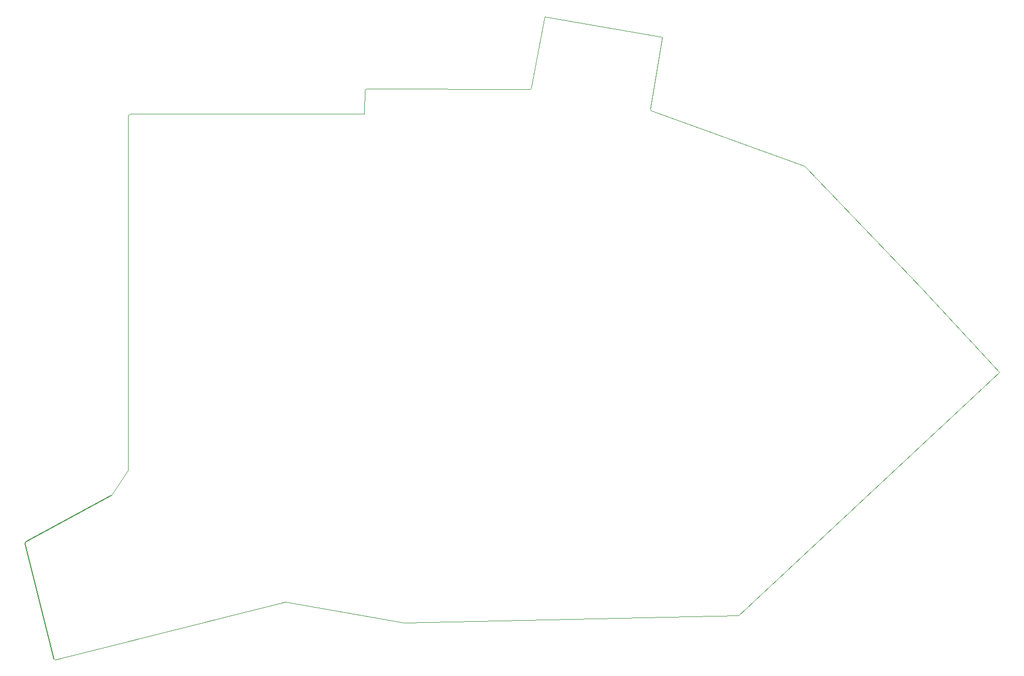
<source format=gbr>
%TF.GenerationSoftware,KiCad,Pcbnew,(6.0.2)*%
%TF.CreationDate,2022-03-03T13:29:25+00:00*%
%TF.ProjectId,yggdrasil,79676764-7261-4736-996c-2e6b69636164,1.0.0*%
%TF.SameCoordinates,Original*%
%TF.FileFunction,Profile,NP*%
%FSLAX46Y46*%
G04 Gerber Fmt 4.6, Leading zero omitted, Abs format (unit mm)*
G04 Created by KiCad (PCBNEW (6.0.2)) date 2022-03-03 13:29:25*
%MOMM*%
%LPD*%
G01*
G04 APERTURE LIST*
%TA.AperFunction,Profile*%
%ADD10C,0.100000*%
%TD*%
%TA.AperFunction,Profile*%
%ADD11C,0.200000*%
%TD*%
G04 APERTURE END LIST*
D10*
X209482547Y-56857120D02*
X228172989Y-76399574D01*
X100037125Y-48119371D02*
X99689585Y-48362727D01*
X87600614Y-136502541D02*
X87780208Y-136635752D01*
X240781035Y-90043335D02*
X198581031Y-129443331D01*
X99691810Y-105937808D02*
X96940783Y-110022148D01*
X228172989Y-76399574D02*
X240781035Y-90043335D01*
X184415619Y-47563100D02*
X209221838Y-56608070D01*
X87780208Y-136635752D02*
X125171718Y-127286679D01*
X209221838Y-56608070D02*
X209482547Y-56857120D01*
X137985510Y-44250252D02*
X137951267Y-47899766D01*
X164951150Y-43927899D02*
X167098681Y-32324535D01*
X186203958Y-35693316D02*
X184253388Y-47331407D01*
X144375469Y-130672818D02*
X198581031Y-129443331D01*
X184415619Y-47563100D02*
X184253388Y-47331407D01*
D11*
X82957956Y-117913948D02*
X87600614Y-136502541D01*
D10*
X164951150Y-43927899D02*
X164719466Y-44090133D01*
X138217206Y-44088031D02*
X164719466Y-44090133D01*
X100037125Y-48119371D02*
X137916532Y-48096721D01*
D11*
X96940783Y-110022148D02*
X83027418Y-117520020D01*
D10*
X137985510Y-44250252D02*
X138217206Y-44088031D01*
X125171718Y-127286679D02*
X144375469Y-130672818D01*
X137951267Y-47899766D02*
X137916532Y-48096721D01*
D11*
X83027418Y-117520020D02*
X82957956Y-117913948D01*
D10*
X99689585Y-48362727D02*
X99691810Y-105937808D01*
X167098681Y-32324535D02*
X186203958Y-35693316D01*
M02*

</source>
